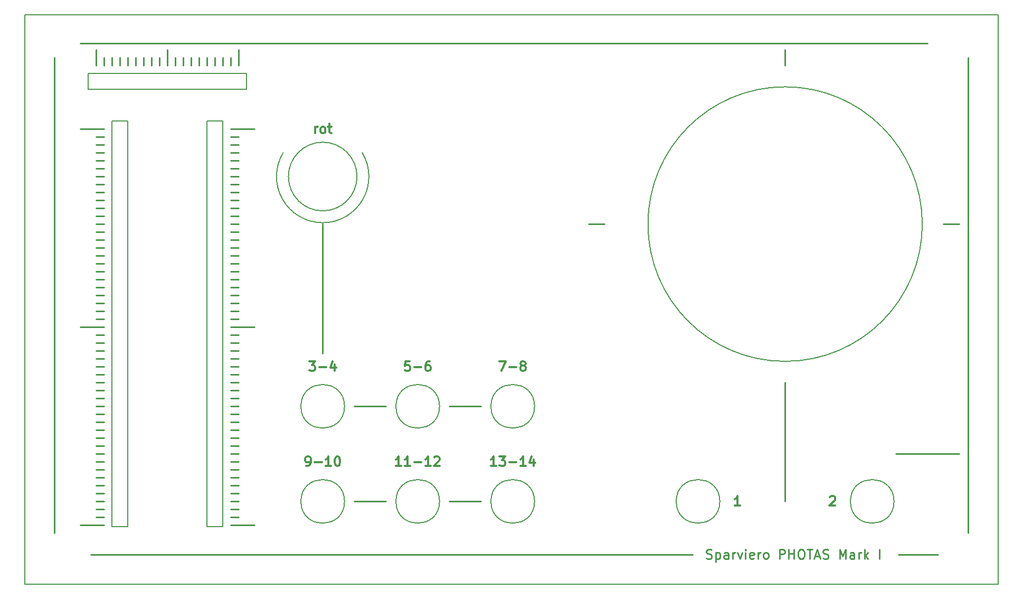
<source format=gbr>
G04 #@! TF.GenerationSoftware,KiCad,Pcbnew,5.0.0-fee4fd1~66~ubuntu18.04.1*
G04 #@! TF.CreationDate,2018-09-21T23:05:29+02:00*
G04 #@! TF.ProjectId,Top,546F702E6B696361645F706362000000,rev?*
G04 #@! TF.SameCoordinates,Original*
G04 #@! TF.FileFunction,Copper,L1,Top,Signal*
G04 #@! TF.FilePolarity,Positive*
%FSLAX46Y46*%
G04 Gerber Fmt 4.6, Leading zero omitted, Abs format (unit mm)*
G04 Created by KiCad (PCBNEW 5.0.0-fee4fd1~66~ubuntu18.04.1) date Fri Sep 21 23:05:29 2018*
%MOMM*%
%LPD*%
G01*
G04 APERTURE LIST*
G04 #@! TA.AperFunction,NonConductor*
%ADD10C,0.300000*%
G04 #@! TD*
%ADD11C,0.200000*%
G04 #@! TA.AperFunction,NonConductor*
%ADD12C,0.200000*%
G04 #@! TD*
G04 #@! TA.AperFunction,NonConductor*
%ADD13C,0.250000*%
G04 #@! TD*
G04 #@! TA.AperFunction,Conductor*
%ADD14C,0.250000*%
G04 #@! TD*
G04 APERTURE END LIST*
D10*
X135437714Y-83228571D02*
X135437714Y-82228571D01*
X135437714Y-82514285D02*
X135509142Y-82371428D01*
X135580571Y-82300000D01*
X135723428Y-82228571D01*
X135866285Y-82228571D01*
X136580571Y-83228571D02*
X136437714Y-83157142D01*
X136366285Y-83085714D01*
X136294857Y-82942857D01*
X136294857Y-82514285D01*
X136366285Y-82371428D01*
X136437714Y-82300000D01*
X136580571Y-82228571D01*
X136794857Y-82228571D01*
X136937714Y-82300000D01*
X137009142Y-82371428D01*
X137080571Y-82514285D01*
X137080571Y-82942857D01*
X137009142Y-83085714D01*
X136937714Y-83157142D01*
X136794857Y-83228571D01*
X136580571Y-83228571D01*
X137509142Y-82228571D02*
X138080571Y-82228571D01*
X137723428Y-81728571D02*
X137723428Y-83014285D01*
X137794857Y-83157142D01*
X137937714Y-83228571D01*
X138080571Y-83228571D01*
D11*
X143001999Y-86360000D02*
G75*
G02X130302001Y-86360001I-6349999J-3810000D01*
G01*
D10*
X218011428Y-141561428D02*
X218082857Y-141490000D01*
X218225714Y-141418571D01*
X218582857Y-141418571D01*
X218725714Y-141490000D01*
X218797142Y-141561428D01*
X218868571Y-141704285D01*
X218868571Y-141847142D01*
X218797142Y-142061428D01*
X217940000Y-142918571D01*
X218868571Y-142918571D01*
X203628571Y-142918571D02*
X202771428Y-142918571D01*
X203200000Y-142918571D02*
X203200000Y-141418571D01*
X203057142Y-141632857D01*
X202914285Y-141775714D01*
X202771428Y-141847142D01*
D12*
X228290000Y-142240000D02*
G75*
G03X228290000Y-142240000I-3500000J0D01*
G01*
X200350000Y-142240000D02*
G75*
G03X200350000Y-142240000I-3500000J0D01*
G01*
D10*
X164989142Y-119828571D02*
X165989142Y-119828571D01*
X165346285Y-121328571D01*
X166560571Y-120757142D02*
X167703428Y-120757142D01*
X168632000Y-120471428D02*
X168489142Y-120400000D01*
X168417714Y-120328571D01*
X168346285Y-120185714D01*
X168346285Y-120114285D01*
X168417714Y-119971428D01*
X168489142Y-119900000D01*
X168632000Y-119828571D01*
X168917714Y-119828571D01*
X169060571Y-119900000D01*
X169132000Y-119971428D01*
X169203428Y-120114285D01*
X169203428Y-120185714D01*
X169132000Y-120328571D01*
X169060571Y-120400000D01*
X168917714Y-120471428D01*
X168632000Y-120471428D01*
X168489142Y-120542857D01*
X168417714Y-120614285D01*
X168346285Y-120757142D01*
X168346285Y-121042857D01*
X168417714Y-121185714D01*
X168489142Y-121257142D01*
X168632000Y-121328571D01*
X168917714Y-121328571D01*
X169060571Y-121257142D01*
X169132000Y-121185714D01*
X169203428Y-121042857D01*
X169203428Y-120757142D01*
X169132000Y-120614285D01*
X169060571Y-120542857D01*
X168917714Y-120471428D01*
X150606285Y-119828571D02*
X149892000Y-119828571D01*
X149820571Y-120542857D01*
X149892000Y-120471428D01*
X150034857Y-120400000D01*
X150392000Y-120400000D01*
X150534857Y-120471428D01*
X150606285Y-120542857D01*
X150677714Y-120685714D01*
X150677714Y-121042857D01*
X150606285Y-121185714D01*
X150534857Y-121257142D01*
X150392000Y-121328571D01*
X150034857Y-121328571D01*
X149892000Y-121257142D01*
X149820571Y-121185714D01*
X151320571Y-120757142D02*
X152463428Y-120757142D01*
X153820571Y-119828571D02*
X153534857Y-119828571D01*
X153392000Y-119900000D01*
X153320571Y-119971428D01*
X153177714Y-120185714D01*
X153106285Y-120471428D01*
X153106285Y-121042857D01*
X153177714Y-121185714D01*
X153249142Y-121257142D01*
X153392000Y-121328571D01*
X153677714Y-121328571D01*
X153820571Y-121257142D01*
X153892000Y-121185714D01*
X153963428Y-121042857D01*
X153963428Y-120685714D01*
X153892000Y-120542857D01*
X153820571Y-120471428D01*
X153677714Y-120400000D01*
X153392000Y-120400000D01*
X153249142Y-120471428D01*
X153177714Y-120542857D01*
X153106285Y-120685714D01*
X134509142Y-119828571D02*
X135437714Y-119828571D01*
X134937714Y-120400000D01*
X135152000Y-120400000D01*
X135294857Y-120471428D01*
X135366285Y-120542857D01*
X135437714Y-120685714D01*
X135437714Y-121042857D01*
X135366285Y-121185714D01*
X135294857Y-121257142D01*
X135152000Y-121328571D01*
X134723428Y-121328571D01*
X134580571Y-121257142D01*
X134509142Y-121185714D01*
X136080571Y-120757142D02*
X137223428Y-120757142D01*
X138580571Y-120328571D02*
X138580571Y-121328571D01*
X138223428Y-119757142D02*
X137866285Y-120828571D01*
X138794857Y-120828571D01*
X164489142Y-136568571D02*
X163632000Y-136568571D01*
X164060571Y-136568571D02*
X164060571Y-135068571D01*
X163917714Y-135282857D01*
X163774857Y-135425714D01*
X163632000Y-135497142D01*
X164989142Y-135068571D02*
X165917714Y-135068571D01*
X165417714Y-135640000D01*
X165632000Y-135640000D01*
X165774857Y-135711428D01*
X165846285Y-135782857D01*
X165917714Y-135925714D01*
X165917714Y-136282857D01*
X165846285Y-136425714D01*
X165774857Y-136497142D01*
X165632000Y-136568571D01*
X165203428Y-136568571D01*
X165060571Y-136497142D01*
X164989142Y-136425714D01*
X166560571Y-135997142D02*
X167703428Y-135997142D01*
X169203428Y-136568571D02*
X168346285Y-136568571D01*
X168774857Y-136568571D02*
X168774857Y-135068571D01*
X168632000Y-135282857D01*
X168489142Y-135425714D01*
X168346285Y-135497142D01*
X170489142Y-135568571D02*
X170489142Y-136568571D01*
X170132000Y-134997142D02*
X169774857Y-136068571D01*
X170703428Y-136068571D01*
X149249142Y-136568571D02*
X148392000Y-136568571D01*
X148820571Y-136568571D02*
X148820571Y-135068571D01*
X148677714Y-135282857D01*
X148534857Y-135425714D01*
X148392000Y-135497142D01*
X150677714Y-136568571D02*
X149820571Y-136568571D01*
X150249142Y-136568571D02*
X150249142Y-135068571D01*
X150106285Y-135282857D01*
X149963428Y-135425714D01*
X149820571Y-135497142D01*
X151320571Y-135997142D02*
X152463428Y-135997142D01*
X153963428Y-136568571D02*
X153106285Y-136568571D01*
X153534857Y-136568571D02*
X153534857Y-135068571D01*
X153392000Y-135282857D01*
X153249142Y-135425714D01*
X153106285Y-135497142D01*
X154534857Y-135211428D02*
X154606285Y-135140000D01*
X154749142Y-135068571D01*
X155106285Y-135068571D01*
X155249142Y-135140000D01*
X155320571Y-135211428D01*
X155392000Y-135354285D01*
X155392000Y-135497142D01*
X155320571Y-135711428D01*
X154463428Y-136568571D01*
X155392000Y-136568571D01*
X134009142Y-136568571D02*
X134294857Y-136568571D01*
X134437714Y-136497142D01*
X134509142Y-136425714D01*
X134652000Y-136211428D01*
X134723428Y-135925714D01*
X134723428Y-135354285D01*
X134652000Y-135211428D01*
X134580571Y-135140000D01*
X134437714Y-135068571D01*
X134152000Y-135068571D01*
X134009142Y-135140000D01*
X133937714Y-135211428D01*
X133866285Y-135354285D01*
X133866285Y-135711428D01*
X133937714Y-135854285D01*
X134009142Y-135925714D01*
X134152000Y-135997142D01*
X134437714Y-135997142D01*
X134580571Y-135925714D01*
X134652000Y-135854285D01*
X134723428Y-135711428D01*
X135366285Y-135997142D02*
X136509142Y-135997142D01*
X138009142Y-136568571D02*
X137152000Y-136568571D01*
X137580571Y-136568571D02*
X137580571Y-135068571D01*
X137437714Y-135282857D01*
X137294857Y-135425714D01*
X137152000Y-135497142D01*
X138937714Y-135068571D02*
X139080571Y-135068571D01*
X139223428Y-135140000D01*
X139294857Y-135211428D01*
X139366285Y-135354285D01*
X139437714Y-135640000D01*
X139437714Y-135997142D01*
X139366285Y-136282857D01*
X139294857Y-136425714D01*
X139223428Y-136497142D01*
X139080571Y-136568571D01*
X138937714Y-136568571D01*
X138794857Y-136497142D01*
X138723428Y-136425714D01*
X138652000Y-136282857D01*
X138580571Y-135997142D01*
X138580571Y-135640000D01*
X138652000Y-135354285D01*
X138723428Y-135211428D01*
X138794857Y-135140000D01*
X138937714Y-135068571D01*
D12*
X102870000Y-81280000D02*
X102870000Y-146280000D01*
X105410000Y-146280000D02*
X105410000Y-81280000D01*
X118110000Y-81280000D02*
X118110000Y-146280000D01*
X120650000Y-81280000D02*
X120650000Y-146280000D01*
X99060000Y-73660000D02*
X124460000Y-73660000D01*
X99060000Y-76200000D02*
X99060000Y-73660000D01*
X124460000Y-76200000D02*
X99060000Y-76200000D01*
X124460000Y-73660000D02*
X124460000Y-76200000D01*
X142152000Y-90170000D02*
G75*
G03X142152000Y-90170000I-5500000J0D01*
G01*
X170632000Y-142240000D02*
G75*
G03X170632000Y-142240000I-3500000J0D01*
G01*
X170632000Y-127000000D02*
G75*
G03X170632000Y-127000000I-3500000J0D01*
G01*
X155392000Y-127000000D02*
G75*
G03X155392000Y-127000000I-3500000J0D01*
G01*
X155392000Y-142240000D02*
G75*
G03X155392000Y-142240000I-3500000J0D01*
G01*
X140152000Y-142240000D02*
G75*
G03X140152000Y-142240000I-3500000J0D01*
G01*
X140152000Y-127000000D02*
G75*
G03X140152000Y-127000000I-3500000J0D01*
G01*
X102870000Y-81280000D02*
X105410000Y-81280000D01*
X120650000Y-81280000D02*
X118110000Y-81280000D01*
X105410000Y-146280000D02*
X102870000Y-146280000D01*
X118110000Y-146280000D02*
X120650000Y-146280000D01*
D13*
X198197142Y-151356142D02*
X198411428Y-151427571D01*
X198768571Y-151427571D01*
X198911428Y-151356142D01*
X198982857Y-151284714D01*
X199054285Y-151141857D01*
X199054285Y-150999000D01*
X198982857Y-150856142D01*
X198911428Y-150784714D01*
X198768571Y-150713285D01*
X198482857Y-150641857D01*
X198340000Y-150570428D01*
X198268571Y-150499000D01*
X198197142Y-150356142D01*
X198197142Y-150213285D01*
X198268571Y-150070428D01*
X198340000Y-149999000D01*
X198482857Y-149927571D01*
X198840000Y-149927571D01*
X199054285Y-149999000D01*
X199697142Y-150427571D02*
X199697142Y-151927571D01*
X199697142Y-150499000D02*
X199840000Y-150427571D01*
X200125714Y-150427571D01*
X200268571Y-150499000D01*
X200340000Y-150570428D01*
X200411428Y-150713285D01*
X200411428Y-151141857D01*
X200340000Y-151284714D01*
X200268571Y-151356142D01*
X200125714Y-151427571D01*
X199840000Y-151427571D01*
X199697142Y-151356142D01*
X201697142Y-151427571D02*
X201697142Y-150641857D01*
X201625714Y-150499000D01*
X201482857Y-150427571D01*
X201197142Y-150427571D01*
X201054285Y-150499000D01*
X201697142Y-151356142D02*
X201554285Y-151427571D01*
X201197142Y-151427571D01*
X201054285Y-151356142D01*
X200982857Y-151213285D01*
X200982857Y-151070428D01*
X201054285Y-150927571D01*
X201197142Y-150856142D01*
X201554285Y-150856142D01*
X201697142Y-150784714D01*
X202411428Y-151427571D02*
X202411428Y-150427571D01*
X202411428Y-150713285D02*
X202482857Y-150570428D01*
X202554285Y-150499000D01*
X202697142Y-150427571D01*
X202840000Y-150427571D01*
X203197142Y-150427571D02*
X203554285Y-151427571D01*
X203911428Y-150427571D01*
X204482857Y-151427571D02*
X204482857Y-150427571D01*
X204482857Y-149927571D02*
X204411428Y-149999000D01*
X204482857Y-150070428D01*
X204554285Y-149999000D01*
X204482857Y-149927571D01*
X204482857Y-150070428D01*
X205768571Y-151356142D02*
X205625714Y-151427571D01*
X205340000Y-151427571D01*
X205197142Y-151356142D01*
X205125714Y-151213285D01*
X205125714Y-150641857D01*
X205197142Y-150499000D01*
X205340000Y-150427571D01*
X205625714Y-150427571D01*
X205768571Y-150499000D01*
X205840000Y-150641857D01*
X205840000Y-150784714D01*
X205125714Y-150927571D01*
X206482857Y-151427571D02*
X206482857Y-150427571D01*
X206482857Y-150713285D02*
X206554285Y-150570428D01*
X206625714Y-150499000D01*
X206768571Y-150427571D01*
X206911428Y-150427571D01*
X207625714Y-151427571D02*
X207482857Y-151356142D01*
X207411428Y-151284714D01*
X207340000Y-151141857D01*
X207340000Y-150713285D01*
X207411428Y-150570428D01*
X207482857Y-150499000D01*
X207625714Y-150427571D01*
X207840000Y-150427571D01*
X207982857Y-150499000D01*
X208054285Y-150570428D01*
X208125714Y-150713285D01*
X208125714Y-151141857D01*
X208054285Y-151284714D01*
X207982857Y-151356142D01*
X207840000Y-151427571D01*
X207625714Y-151427571D01*
X209911428Y-151427571D02*
X209911428Y-149927571D01*
X210482857Y-149927571D01*
X210625714Y-149999000D01*
X210697142Y-150070428D01*
X210768571Y-150213285D01*
X210768571Y-150427571D01*
X210697142Y-150570428D01*
X210625714Y-150641857D01*
X210482857Y-150713285D01*
X209911428Y-150713285D01*
X211411428Y-151427571D02*
X211411428Y-149927571D01*
X211411428Y-150641857D02*
X212268571Y-150641857D01*
X212268571Y-151427571D02*
X212268571Y-149927571D01*
X213268571Y-149927571D02*
X213554285Y-149927571D01*
X213697142Y-149999000D01*
X213840000Y-150141857D01*
X213911428Y-150427571D01*
X213911428Y-150927571D01*
X213840000Y-151213285D01*
X213697142Y-151356142D01*
X213554285Y-151427571D01*
X213268571Y-151427571D01*
X213125714Y-151356142D01*
X212982857Y-151213285D01*
X212911428Y-150927571D01*
X212911428Y-150427571D01*
X212982857Y-150141857D01*
X213125714Y-149999000D01*
X213268571Y-149927571D01*
X214340000Y-149927571D02*
X215197142Y-149927571D01*
X214768571Y-151427571D02*
X214768571Y-149927571D01*
X215625714Y-150999000D02*
X216340000Y-150999000D01*
X215482857Y-151427571D02*
X215982857Y-149927571D01*
X216482857Y-151427571D01*
X216911428Y-151356142D02*
X217125714Y-151427571D01*
X217482857Y-151427571D01*
X217625714Y-151356142D01*
X217697142Y-151284714D01*
X217768571Y-151141857D01*
X217768571Y-150999000D01*
X217697142Y-150856142D01*
X217625714Y-150784714D01*
X217482857Y-150713285D01*
X217197142Y-150641857D01*
X217054285Y-150570428D01*
X216982857Y-150499000D01*
X216911428Y-150356142D01*
X216911428Y-150213285D01*
X216982857Y-150070428D01*
X217054285Y-149999000D01*
X217197142Y-149927571D01*
X217554285Y-149927571D01*
X217768571Y-149999000D01*
X219554285Y-151427571D02*
X219554285Y-149927571D01*
X220054285Y-150999000D01*
X220554285Y-149927571D01*
X220554285Y-151427571D01*
X221911428Y-151427571D02*
X221911428Y-150641857D01*
X221840000Y-150499000D01*
X221697142Y-150427571D01*
X221411428Y-150427571D01*
X221268571Y-150499000D01*
X221911428Y-151356142D02*
X221768571Y-151427571D01*
X221411428Y-151427571D01*
X221268571Y-151356142D01*
X221197142Y-151213285D01*
X221197142Y-151070428D01*
X221268571Y-150927571D01*
X221411428Y-150856142D01*
X221768571Y-150856142D01*
X221911428Y-150784714D01*
X222625714Y-151427571D02*
X222625714Y-150427571D01*
X222625714Y-150713285D02*
X222697142Y-150570428D01*
X222768571Y-150499000D01*
X222911428Y-150427571D01*
X223054285Y-150427571D01*
X223554285Y-151427571D02*
X223554285Y-149927571D01*
X223697142Y-150856142D02*
X224125714Y-151427571D01*
X224125714Y-150427571D02*
X223554285Y-150999000D01*
X225911428Y-151427571D02*
X225911428Y-149927571D01*
D12*
X232820000Y-97790000D02*
G75*
G03X232820000Y-97790000I-22000000J0D01*
G01*
X88900000Y-64300000D02*
X88900000Y-155500000D01*
X245000000Y-64262000D02*
X88900000Y-64262000D01*
X245000000Y-155500000D02*
X245000000Y-64300000D01*
X88900000Y-155500000D02*
X245000000Y-155500000D01*
D14*
G04 #@! TO.N,*
X101600000Y-72390000D02*
X101600000Y-71120000D01*
X102870000Y-72390000D02*
X102870000Y-71120000D01*
X104140000Y-72390000D02*
X104140000Y-71120000D01*
X105410000Y-72390000D02*
X105410000Y-71120000D01*
X106680000Y-72390000D02*
X106680000Y-71120000D01*
X107950000Y-72390000D02*
X107950000Y-71120000D01*
X109220000Y-72390000D02*
X109220000Y-71120000D01*
X110490000Y-72390000D02*
X110490000Y-71120000D01*
X113030000Y-72390000D02*
X113030000Y-71120000D01*
X114300000Y-72390000D02*
X114300000Y-71120000D01*
X115570000Y-72390000D02*
X115570000Y-71120000D01*
X116840000Y-72390000D02*
X116840000Y-71120000D01*
X118110000Y-72390000D02*
X118110000Y-71120000D01*
X119380000Y-72390000D02*
X119380000Y-71120000D01*
X120650000Y-72390000D02*
X120650000Y-71120000D01*
X121920000Y-72390000D02*
X121920000Y-71120000D01*
X101600000Y-82550000D02*
X97790000Y-82550000D01*
X101600000Y-146050000D02*
X97790000Y-146050000D01*
X101600000Y-114300000D02*
X97790000Y-114300000D01*
X156972000Y-127000000D02*
X162052000Y-127000000D01*
X162052000Y-142240000D02*
X156972000Y-142240000D01*
X146812000Y-142240000D02*
X141732000Y-142240000D01*
X228981000Y-150749000D02*
X235331000Y-150749000D01*
X195961000Y-150749000D02*
X99441000Y-150749000D01*
X181864000Y-97790000D02*
X179324000Y-97790000D01*
X236220000Y-97790000D02*
X238760000Y-97790000D01*
X233680000Y-68834000D02*
X97790000Y-68834000D01*
X123190000Y-72390000D02*
X123190000Y-69850000D01*
X111760000Y-69850000D02*
X111760000Y-72390000D01*
X100330000Y-72390000D02*
X100330000Y-69850000D01*
X240157000Y-71120000D02*
X240157000Y-147320000D01*
X93599000Y-147320000D02*
X93599000Y-71120000D01*
X101600000Y-83820000D02*
X100330000Y-83820000D01*
X101600000Y-86360000D02*
X100330000Y-86360000D01*
X101600000Y-93980000D02*
X100330000Y-93980000D01*
X101600000Y-90170000D02*
X100330000Y-90170000D01*
X101600000Y-92710000D02*
X100330000Y-92710000D01*
X100330000Y-85090000D02*
X101600000Y-85090000D01*
X101600000Y-88900000D02*
X100330000Y-88900000D01*
X100330000Y-87630000D02*
X101600000Y-87630000D01*
X101600000Y-91440000D02*
X100330000Y-91440000D01*
X101600000Y-96520000D02*
X100330000Y-96520000D01*
X101600000Y-104140000D02*
X100330000Y-104140000D01*
X101600000Y-100330000D02*
X100330000Y-100330000D01*
X101600000Y-102870000D02*
X100330000Y-102870000D01*
X100330000Y-95250000D02*
X101600000Y-95250000D01*
X101600000Y-99060000D02*
X100330000Y-99060000D01*
X100330000Y-97790000D02*
X101600000Y-97790000D01*
X101600000Y-101600000D02*
X100330000Y-101600000D01*
X101600000Y-106680000D02*
X100330000Y-106680000D01*
X101600000Y-110490000D02*
X100330000Y-110490000D01*
X101600000Y-113030000D02*
X100330000Y-113030000D01*
X100330000Y-105410000D02*
X101600000Y-105410000D01*
X101600000Y-109220000D02*
X100330000Y-109220000D01*
X100330000Y-107950000D02*
X101600000Y-107950000D01*
X101600000Y-111760000D02*
X100330000Y-111760000D01*
X101600000Y-116840000D02*
X100330000Y-116840000D01*
X101600000Y-124460000D02*
X100330000Y-124460000D01*
X101600000Y-120650000D02*
X100330000Y-120650000D01*
X101600000Y-123190000D02*
X100330000Y-123190000D01*
X100330000Y-115570000D02*
X101600000Y-115570000D01*
X101600000Y-119380000D02*
X100330000Y-119380000D01*
X100330000Y-118110000D02*
X101600000Y-118110000D01*
X101600000Y-121920000D02*
X100330000Y-121920000D01*
X101600000Y-127000000D02*
X100330000Y-127000000D01*
X101600000Y-134620000D02*
X100330000Y-134620000D01*
X101600000Y-130810000D02*
X100330000Y-130810000D01*
X101600000Y-133350000D02*
X100330000Y-133350000D01*
X100330000Y-125730000D02*
X101600000Y-125730000D01*
X101600000Y-129540000D02*
X100330000Y-129540000D01*
X100330000Y-128270000D02*
X101600000Y-128270000D01*
X101600000Y-132080000D02*
X100330000Y-132080000D01*
X101600000Y-137160000D02*
X100330000Y-137160000D01*
X101600000Y-144780000D02*
X100330000Y-144780000D01*
X101600000Y-140970000D02*
X100330000Y-140970000D01*
X101600000Y-143510000D02*
X100330000Y-143510000D01*
X100330000Y-135890000D02*
X101600000Y-135890000D01*
X101600000Y-139700000D02*
X100330000Y-139700000D01*
X100330000Y-138430000D02*
X101600000Y-138430000D01*
X101600000Y-142240000D02*
X100330000Y-142240000D01*
X121920000Y-83820000D02*
X123190000Y-83820000D01*
X121920000Y-106680000D02*
X123190000Y-106680000D01*
X121920000Y-139700000D02*
X123190000Y-139700000D01*
X123190000Y-120650000D02*
X121920000Y-120650000D01*
X121920000Y-99060000D02*
X123190000Y-99060000D01*
X121920000Y-86360000D02*
X123190000Y-86360000D01*
X121920000Y-119380000D02*
X123190000Y-119380000D01*
X121920000Y-85090000D02*
X123190000Y-85090000D01*
X121920000Y-125730000D02*
X123190000Y-125730000D01*
X121920000Y-132080000D02*
X123190000Y-132080000D01*
X123190000Y-133350000D02*
X121920000Y-133350000D01*
X121920000Y-142240000D02*
X123190000Y-142240000D01*
X121920000Y-129540000D02*
X123190000Y-129540000D01*
X121920000Y-109220000D02*
X123190000Y-109220000D01*
X121920000Y-107950000D02*
X123190000Y-107950000D01*
X123190000Y-90170000D02*
X121920000Y-90170000D01*
X123190000Y-140970000D02*
X121920000Y-140970000D01*
X121920000Y-87630000D02*
X123190000Y-87630000D01*
X121920000Y-101600000D02*
X123190000Y-101600000D01*
X121920000Y-134620000D02*
X123190000Y-134620000D01*
X123190000Y-113030000D02*
X121920000Y-113030000D01*
X121920000Y-144780000D02*
X123190000Y-144780000D01*
X121920000Y-88900000D02*
X123190000Y-88900000D01*
X121920000Y-124460000D02*
X123190000Y-124460000D01*
X123190000Y-92710000D02*
X121920000Y-92710000D01*
X123190000Y-130810000D02*
X121920000Y-130810000D01*
X121920000Y-104140000D02*
X123190000Y-104140000D01*
X121920000Y-118110000D02*
X123190000Y-118110000D01*
X121920000Y-95250000D02*
X123190000Y-95250000D01*
X121920000Y-105410000D02*
X123190000Y-105410000D01*
X123190000Y-100330000D02*
X121920000Y-100330000D01*
X121920000Y-91440000D02*
X123190000Y-91440000D01*
X121920000Y-97790000D02*
X123190000Y-97790000D01*
X121920000Y-121920000D02*
X123190000Y-121920000D01*
X121920000Y-137160000D02*
X123190000Y-137160000D01*
X121920000Y-128270000D02*
X123190000Y-128270000D01*
X123190000Y-102870000D02*
X121920000Y-102870000D01*
X121920000Y-116840000D02*
X123190000Y-116840000D01*
X123190000Y-110490000D02*
X121920000Y-110490000D01*
X123190000Y-143510000D02*
X121920000Y-143510000D01*
X121920000Y-111760000D02*
X123190000Y-111760000D01*
X121920000Y-93980000D02*
X123190000Y-93980000D01*
X123190000Y-123190000D02*
X121920000Y-123190000D01*
X121920000Y-138430000D02*
X123190000Y-138430000D01*
X121920000Y-135890000D02*
X123190000Y-135890000D01*
X121920000Y-146050000D02*
X125730000Y-146050000D01*
X121920000Y-82550000D02*
X125730000Y-82550000D01*
X121920000Y-114300000D02*
X125730000Y-114300000D01*
X121920000Y-96520000D02*
X123190000Y-96520000D01*
X121920000Y-127000000D02*
X123190000Y-127000000D01*
X121920000Y-115570000D02*
X123190000Y-115570000D01*
X210820000Y-72390000D02*
X210820000Y-69850000D01*
X136652000Y-118491000D02*
X136652000Y-97800000D01*
X144272000Y-127000000D02*
X146812000Y-127000000D01*
X141732000Y-127000000D02*
X144272000Y-127000000D01*
X228600000Y-134620000D02*
X238760000Y-134620000D01*
X210820000Y-123190000D02*
X210820000Y-142240000D01*
G04 #@! TD*
M02*

</source>
